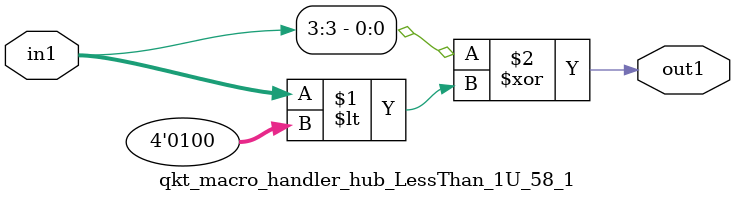
<source format=v>

`timescale 1ps / 1ps


module qkt_macro_handler_hub_LessThan_1U_58_1( in1, out1 );

    input [3:0] in1;
    output out1;

    
    // rtl_process:qkt_macro_handler_hub_LessThan_1U_58_1/qkt_macro_handler_hub_LessThan_1U_58_1_thread_1
    assign out1 = (in1[3] ^ in1 < 4'd04);

endmodule



</source>
